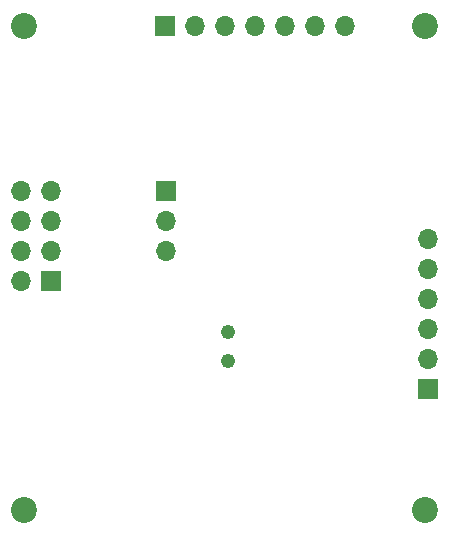
<source format=gbr>
%TF.GenerationSoftware,KiCad,Pcbnew,8.0.4*%
%TF.CreationDate,2024-11-27T18:51:44-06:00*%
%TF.ProjectId,TempReader_w_I2C.kicad_sch,54656d70-5265-4616-9465-725f775f4932,rev?*%
%TF.SameCoordinates,Original*%
%TF.FileFunction,Soldermask,Bot*%
%TF.FilePolarity,Negative*%
%FSLAX46Y46*%
G04 Gerber Fmt 4.6, Leading zero omitted, Abs format (unit mm)*
G04 Created by KiCad (PCBNEW 8.0.4) date 2024-11-27 18:51:44*
%MOMM*%
%LPD*%
G01*
G04 APERTURE LIST*
%ADD10C,2.200000*%
%ADD11R,1.700000X1.700000*%
%ADD12O,1.700000X1.700000*%
%ADD13C,1.234000*%
G04 APERTURE END LIST*
D10*
%TO.C,H3*%
X158000000Y-114000000D03*
%TD*%
D11*
%TO.C,J2*%
X169920000Y-73000000D03*
D12*
X172460000Y-73000000D03*
X175000000Y-73000000D03*
X177540000Y-73000000D03*
X180080000Y-73000000D03*
X182620000Y-73000000D03*
X185160000Y-73000000D03*
%TD*%
D11*
%TO.C,UART1*%
X170000000Y-87000000D03*
D12*
X170000000Y-89540000D03*
X170000000Y-92080000D03*
%TD*%
D13*
%TO.C,Y1*%
X175325000Y-98875000D03*
X175325000Y-101375000D03*
%TD*%
D10*
%TO.C,H4*%
X192000000Y-114000000D03*
%TD*%
%TO.C,H2*%
X158000000Y-73000000D03*
%TD*%
D11*
%TO.C,J1*%
X160275000Y-94620000D03*
D12*
X157735000Y-94620000D03*
X160275000Y-92080000D03*
X157735000Y-92080000D03*
X160275000Y-89540000D03*
X157735000Y-89540000D03*
X160275000Y-87000000D03*
X157735000Y-87000000D03*
%TD*%
D10*
%TO.C,H1*%
X192000000Y-73000000D03*
%TD*%
D11*
%TO.C,NotSure1*%
X192250000Y-103700000D03*
D12*
X192250000Y-101160000D03*
X192250000Y-98620000D03*
X192250000Y-96080000D03*
X192250000Y-93540000D03*
X192250000Y-91000000D03*
%TD*%
M02*

</source>
